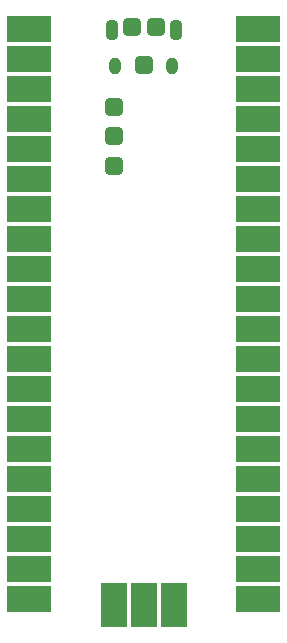
<source format=gtp>
G04 #@! TF.GenerationSoftware,KiCad,Pcbnew,8.0.9*
G04 #@! TF.CreationDate,2025-09-25T17:38:48-07:00*
G04 #@! TF.ProjectId,keyboard,6b657962-6f61-4726-942e-6b696361645f,v0.0.0-alpha*
G04 #@! TF.SameCoordinates,Original*
G04 #@! TF.FileFunction,Paste,Top*
G04 #@! TF.FilePolarity,Positive*
%FSLAX46Y46*%
G04 Gerber Fmt 4.6, Leading zero omitted, Abs format (unit mm)*
G04 Created by KiCad (PCBNEW 8.0.9) date 2025-09-25 17:38:48*
%MOMM*%
%LPD*%
G01*
G04 APERTURE LIST*
G04 Aperture macros list*
%AMRoundRect*
0 Rectangle with rounded corners*
0 $1 Rounding radius*
0 $2 $3 $4 $5 $6 $7 $8 $9 X,Y pos of 4 corners*
0 Add a 4 corners polygon primitive as box body*
4,1,4,$2,$3,$4,$5,$6,$7,$8,$9,$2,$3,0*
0 Add four circle primitives for the rounded corners*
1,1,$1+$1,$2,$3*
1,1,$1+$1,$4,$5*
1,1,$1+$1,$6,$7*
1,1,$1+$1,$8,$9*
0 Add four rect primitives between the rounded corners*
20,1,$1+$1,$2,$3,$4,$5,0*
20,1,$1+$1,$4,$5,$6,$7,0*
20,1,$1+$1,$6,$7,$8,$9,0*
20,1,$1+$1,$8,$9,$2,$3,0*%
G04 Aperture macros list end*
%ADD10R,3.800000X2.200000*%
%ADD11O,1.100000X1.800000*%
%ADD12R,2.200000X3.800000*%
%ADD13O,1.050000X1.450000*%
%ADD14RoundRect,0.300000X-0.450000X-0.450000X0.450000X-0.450000X0.450000X0.450000X-0.450000X0.450000X0*%
G04 APERTURE END LIST*
D10*
G04 #@! TO.C,PICO*
X285685000Y-133495000D03*
X285685000Y-136035000D03*
X285685000Y-138575000D03*
X285685000Y-141115000D03*
X285685000Y-143655000D03*
X285685000Y-146195000D03*
X285685000Y-148735000D03*
X285685000Y-151275000D03*
X285685000Y-153815000D03*
X285685000Y-156355000D03*
X285685000Y-158895000D03*
X285685000Y-161435000D03*
X285685000Y-163975000D03*
X285685000Y-166515000D03*
X285685000Y-169055000D03*
X285685000Y-171595000D03*
X285685000Y-174135000D03*
X285685000Y-176675000D03*
X285685000Y-179215000D03*
X285685000Y-181755000D03*
D11*
X292650000Y-133625000D03*
D12*
X292835000Y-182325000D03*
D13*
X292950000Y-136655000D03*
D12*
X295375000Y-182325000D03*
D13*
X297800000Y-136655000D03*
D12*
X297915000Y-182325000D03*
D11*
X298100000Y-133625000D03*
D10*
X305065000Y-133495000D03*
X305065000Y-136035000D03*
X305065000Y-138575000D03*
X305065000Y-141115000D03*
X305065000Y-143655000D03*
X305065000Y-146195000D03*
X305065000Y-148735000D03*
X305065000Y-151275000D03*
X305065000Y-153815000D03*
X305065000Y-156355000D03*
X305065000Y-158895000D03*
X305065000Y-161435000D03*
X305065000Y-163975000D03*
X305065000Y-166515000D03*
X305065000Y-169055000D03*
X305065000Y-171595000D03*
X305065000Y-174135000D03*
X305065000Y-176675000D03*
X305065000Y-179215000D03*
X305065000Y-181755000D03*
D14*
X295375000Y-136625000D03*
X296375000Y-133325000D03*
X294375000Y-133325000D03*
X292875000Y-140125000D03*
X292875000Y-142625000D03*
X292875000Y-145125000D03*
G04 #@! TD*
M02*

</source>
